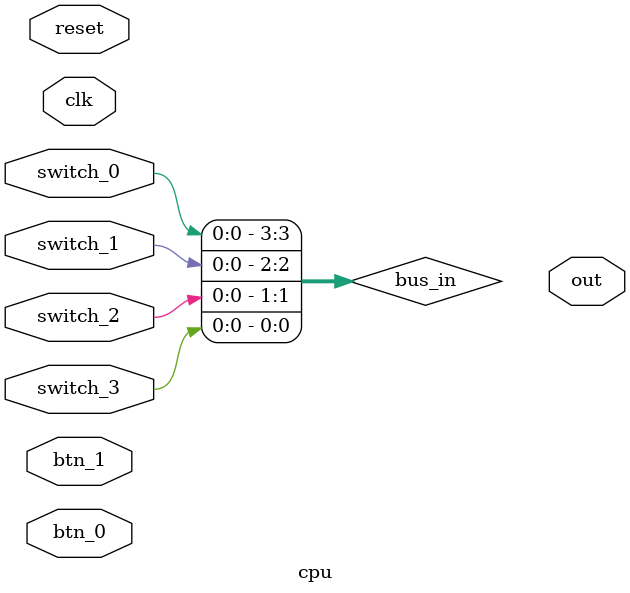
<source format=v>
module cpu(
    input clk,
    input reset,
    input switch_0,
    input switch_1,
    input switch_2,
    input switch_3,
    input btn_0,
    input btn_1,
    output [3:0]out
    );
    
    reg [3:0]A, B, X, Y, PC, SP;
    
    reg LOAD, LOAD1, START;
    
    reg ZERO, CARRY, SIGN, HALT;
    
    reg [3:0]PROG[15:0];
       
    wire [3:0] bus_in;

    assign bus_in = {switch_0,switch_1,switch_2,switch_3};
    assign bus_out = PC;
    
    always @(*) begin
        if(reset) begin 
            LOAD = 1;
            START = 0;
            PC = 0;
            SP = 0;
        end  
        
        PC = PC;
        SP = SP;
        START = START;
        LOAD = LOAD;  
        LOAD1 = LOAD1;
        
        if(LOAD && btn_0 && !LOAD1) begin 
            PROG[PC] = bus_in;
            PC = PC + 1;
            LOAD1 = 1;
        end
        
        if(LOAD1 && !btn_0) LOAD1 = 0;
    end
    
    always @(posedge clk) begin
        if(reset) begin 
            HALT=0;
            A = 0;
            B = 0;
            X = 0; 
            Y = 0;
        end
        
        HALT=HALT;
        A = A;
        B = B;
        X = X; 
        Y = Y;
        ZERO = 0; 
        CARRY= 0;
        SIGN = 0;
        
//        if(!HALT && START) begin 
//            case(PROG[PC][3:0]) 
//                4'b0000: begin 
//                end 
                
//                4'b0001: begin
                    
//                end
//            endcase
//        end
    end
    
endmodule

</source>
